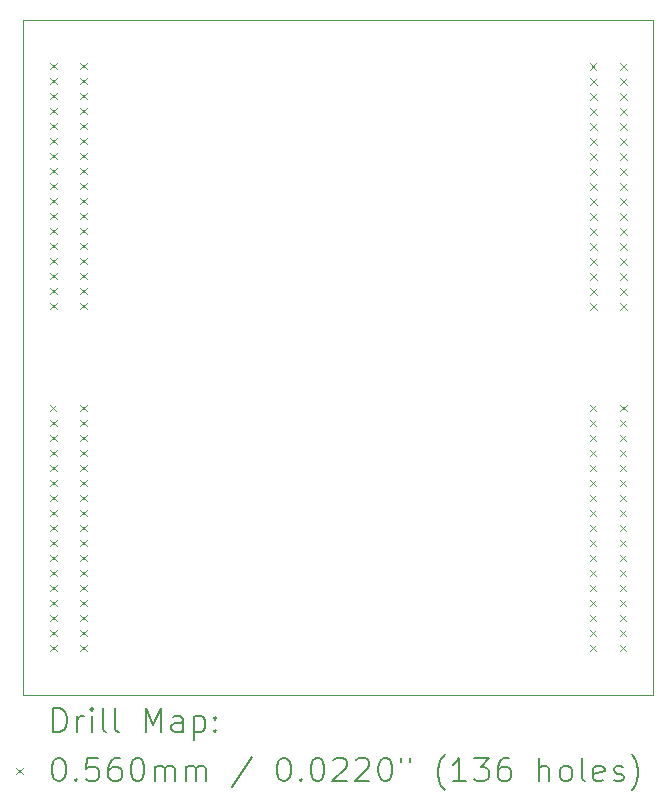
<source format=gbr>
%TF.GenerationSoftware,KiCad,Pcbnew,(6.0.9)*%
%TF.CreationDate,2023-01-22T20:54:43-05:00*%
%TF.ProjectId,Temps_North_DCT_HSK,54656d70-735f-44e6-9f72-74685f444354,rev?*%
%TF.SameCoordinates,Original*%
%TF.FileFunction,Drillmap*%
%TF.FilePolarity,Positive*%
%FSLAX45Y45*%
G04 Gerber Fmt 4.5, Leading zero omitted, Abs format (unit mm)*
G04 Created by KiCad (PCBNEW (6.0.9)) date 2023-01-22 20:54:43*
%MOMM*%
%LPD*%
G01*
G04 APERTURE LIST*
%ADD10C,0.100000*%
%ADD11C,0.200000*%
%ADD12C,0.056000*%
G04 APERTURE END LIST*
D10*
X9144000Y-4699000D02*
X14478000Y-4699000D01*
X14478000Y-4699000D02*
X14478000Y-10414000D01*
X14478000Y-10414000D02*
X9144000Y-10414000D01*
X9144000Y-10414000D02*
X9144000Y-4699000D01*
D11*
D12*
X9366444Y-7957760D02*
X9422444Y-8013760D01*
X9422444Y-7957760D02*
X9366444Y-8013760D01*
X9367460Y-8084760D02*
X9423460Y-8140760D01*
X9423460Y-8084760D02*
X9367460Y-8140760D01*
X9367460Y-8211760D02*
X9423460Y-8267760D01*
X9423460Y-8211760D02*
X9367460Y-8267760D01*
X9367460Y-8338760D02*
X9423460Y-8394760D01*
X9423460Y-8338760D02*
X9367460Y-8394760D01*
X9367460Y-8465760D02*
X9423460Y-8521760D01*
X9423460Y-8465760D02*
X9367460Y-8521760D01*
X9367460Y-8592760D02*
X9423460Y-8648760D01*
X9423460Y-8592760D02*
X9367460Y-8648760D01*
X9367460Y-8719760D02*
X9423460Y-8775760D01*
X9423460Y-8719760D02*
X9367460Y-8775760D01*
X9367460Y-8846760D02*
X9423460Y-8902760D01*
X9423460Y-8846760D02*
X9367460Y-8902760D01*
X9367460Y-8973760D02*
X9423460Y-9029760D01*
X9423460Y-8973760D02*
X9367460Y-9029760D01*
X9367460Y-9100760D02*
X9423460Y-9156760D01*
X9423460Y-9100760D02*
X9367460Y-9156760D01*
X9367460Y-9227760D02*
X9423460Y-9283760D01*
X9423460Y-9227760D02*
X9367460Y-9283760D01*
X9367460Y-9354760D02*
X9423460Y-9410760D01*
X9423460Y-9354760D02*
X9367460Y-9410760D01*
X9367460Y-9481760D02*
X9423460Y-9537760D01*
X9423460Y-9481760D02*
X9367460Y-9537760D01*
X9367460Y-9608760D02*
X9423460Y-9664760D01*
X9423460Y-9608760D02*
X9367460Y-9664760D01*
X9367460Y-9735760D02*
X9423460Y-9791760D01*
X9423460Y-9735760D02*
X9367460Y-9791760D01*
X9367460Y-9862760D02*
X9423460Y-9918760D01*
X9423460Y-9862760D02*
X9367460Y-9918760D01*
X9367460Y-9989760D02*
X9423460Y-10045760D01*
X9423460Y-9989760D02*
X9367460Y-10045760D01*
X9368984Y-5062160D02*
X9424984Y-5118160D01*
X9424984Y-5062160D02*
X9368984Y-5118160D01*
X9370000Y-5189160D02*
X9426000Y-5245160D01*
X9426000Y-5189160D02*
X9370000Y-5245160D01*
X9370000Y-5316160D02*
X9426000Y-5372160D01*
X9426000Y-5316160D02*
X9370000Y-5372160D01*
X9370000Y-5443160D02*
X9426000Y-5499160D01*
X9426000Y-5443160D02*
X9370000Y-5499160D01*
X9370000Y-5570160D02*
X9426000Y-5626160D01*
X9426000Y-5570160D02*
X9370000Y-5626160D01*
X9370000Y-5697160D02*
X9426000Y-5753160D01*
X9426000Y-5697160D02*
X9370000Y-5753160D01*
X9370000Y-5824160D02*
X9426000Y-5880160D01*
X9426000Y-5824160D02*
X9370000Y-5880160D01*
X9370000Y-5951160D02*
X9426000Y-6007160D01*
X9426000Y-5951160D02*
X9370000Y-6007160D01*
X9370000Y-6078160D02*
X9426000Y-6134160D01*
X9426000Y-6078160D02*
X9370000Y-6134160D01*
X9370000Y-6205160D02*
X9426000Y-6261160D01*
X9426000Y-6205160D02*
X9370000Y-6261160D01*
X9370000Y-6332160D02*
X9426000Y-6388160D01*
X9426000Y-6332160D02*
X9370000Y-6388160D01*
X9370000Y-6459160D02*
X9426000Y-6515160D01*
X9426000Y-6459160D02*
X9370000Y-6515160D01*
X9370000Y-6586160D02*
X9426000Y-6642160D01*
X9426000Y-6586160D02*
X9370000Y-6642160D01*
X9370000Y-6713160D02*
X9426000Y-6769160D01*
X9426000Y-6713160D02*
X9370000Y-6769160D01*
X9370000Y-6840160D02*
X9426000Y-6896160D01*
X9426000Y-6840160D02*
X9370000Y-6896160D01*
X9370000Y-6967160D02*
X9426000Y-7023160D01*
X9426000Y-6967160D02*
X9370000Y-7023160D01*
X9370000Y-7094160D02*
X9426000Y-7150160D01*
X9426000Y-7094160D02*
X9370000Y-7150160D01*
X9621460Y-8084760D02*
X9677460Y-8140760D01*
X9677460Y-8084760D02*
X9621460Y-8140760D01*
X9621460Y-8211760D02*
X9677460Y-8267760D01*
X9677460Y-8211760D02*
X9621460Y-8267760D01*
X9621460Y-8338760D02*
X9677460Y-8394760D01*
X9677460Y-8338760D02*
X9621460Y-8394760D01*
X9621460Y-8465760D02*
X9677460Y-8521760D01*
X9677460Y-8465760D02*
X9621460Y-8521760D01*
X9621460Y-8592760D02*
X9677460Y-8648760D01*
X9677460Y-8592760D02*
X9621460Y-8648760D01*
X9621460Y-8719760D02*
X9677460Y-8775760D01*
X9677460Y-8719760D02*
X9621460Y-8775760D01*
X9621460Y-8846760D02*
X9677460Y-8902760D01*
X9677460Y-8846760D02*
X9621460Y-8902760D01*
X9621460Y-8973760D02*
X9677460Y-9029760D01*
X9677460Y-8973760D02*
X9621460Y-9029760D01*
X9621460Y-9100760D02*
X9677460Y-9156760D01*
X9677460Y-9100760D02*
X9621460Y-9156760D01*
X9621460Y-9227760D02*
X9677460Y-9283760D01*
X9677460Y-9227760D02*
X9621460Y-9283760D01*
X9621460Y-9354760D02*
X9677460Y-9410760D01*
X9677460Y-9354760D02*
X9621460Y-9410760D01*
X9621460Y-9481760D02*
X9677460Y-9537760D01*
X9677460Y-9481760D02*
X9621460Y-9537760D01*
X9621460Y-9608760D02*
X9677460Y-9664760D01*
X9677460Y-9608760D02*
X9621460Y-9664760D01*
X9621460Y-9735760D02*
X9677460Y-9791760D01*
X9677460Y-9735760D02*
X9621460Y-9791760D01*
X9621460Y-9862760D02*
X9677460Y-9918760D01*
X9677460Y-9862760D02*
X9621460Y-9918760D01*
X9621460Y-9989760D02*
X9677460Y-10045760D01*
X9677460Y-9989760D02*
X9621460Y-10045760D01*
X9622476Y-7957760D02*
X9678476Y-8013760D01*
X9678476Y-7957760D02*
X9622476Y-8013760D01*
X9624000Y-5189160D02*
X9680000Y-5245160D01*
X9680000Y-5189160D02*
X9624000Y-5245160D01*
X9624000Y-5316160D02*
X9680000Y-5372160D01*
X9680000Y-5316160D02*
X9624000Y-5372160D01*
X9624000Y-5443160D02*
X9680000Y-5499160D01*
X9680000Y-5443160D02*
X9624000Y-5499160D01*
X9624000Y-5570160D02*
X9680000Y-5626160D01*
X9680000Y-5570160D02*
X9624000Y-5626160D01*
X9624000Y-5697160D02*
X9680000Y-5753160D01*
X9680000Y-5697160D02*
X9624000Y-5753160D01*
X9624000Y-5824160D02*
X9680000Y-5880160D01*
X9680000Y-5824160D02*
X9624000Y-5880160D01*
X9624000Y-5951160D02*
X9680000Y-6007160D01*
X9680000Y-5951160D02*
X9624000Y-6007160D01*
X9624000Y-6078160D02*
X9680000Y-6134160D01*
X9680000Y-6078160D02*
X9624000Y-6134160D01*
X9624000Y-6205160D02*
X9680000Y-6261160D01*
X9680000Y-6205160D02*
X9624000Y-6261160D01*
X9624000Y-6332160D02*
X9680000Y-6388160D01*
X9680000Y-6332160D02*
X9624000Y-6388160D01*
X9624000Y-6459160D02*
X9680000Y-6515160D01*
X9680000Y-6459160D02*
X9624000Y-6515160D01*
X9624000Y-6586160D02*
X9680000Y-6642160D01*
X9680000Y-6586160D02*
X9624000Y-6642160D01*
X9624000Y-6713160D02*
X9680000Y-6769160D01*
X9680000Y-6713160D02*
X9624000Y-6769160D01*
X9624000Y-6840160D02*
X9680000Y-6896160D01*
X9680000Y-6840160D02*
X9624000Y-6896160D01*
X9624000Y-6967160D02*
X9680000Y-7023160D01*
X9680000Y-6967160D02*
X9624000Y-7023160D01*
X9624000Y-7094160D02*
X9680000Y-7150160D01*
X9680000Y-7094160D02*
X9624000Y-7150160D01*
X9625016Y-5062160D02*
X9681016Y-5118160D01*
X9681016Y-5062160D02*
X9625016Y-5118160D01*
X13937984Y-7957760D02*
X13993984Y-8013760D01*
X13993984Y-7957760D02*
X13937984Y-8013760D01*
X13938444Y-5067240D02*
X13994444Y-5123240D01*
X13994444Y-5067240D02*
X13938444Y-5123240D01*
X13939000Y-8084760D02*
X13995000Y-8140760D01*
X13995000Y-8084760D02*
X13939000Y-8140760D01*
X13939000Y-8211760D02*
X13995000Y-8267760D01*
X13995000Y-8211760D02*
X13939000Y-8267760D01*
X13939000Y-8338760D02*
X13995000Y-8394760D01*
X13995000Y-8338760D02*
X13939000Y-8394760D01*
X13939000Y-8465760D02*
X13995000Y-8521760D01*
X13995000Y-8465760D02*
X13939000Y-8521760D01*
X13939000Y-8592760D02*
X13995000Y-8648760D01*
X13995000Y-8592760D02*
X13939000Y-8648760D01*
X13939000Y-8719760D02*
X13995000Y-8775760D01*
X13995000Y-8719760D02*
X13939000Y-8775760D01*
X13939000Y-8846760D02*
X13995000Y-8902760D01*
X13995000Y-8846760D02*
X13939000Y-8902760D01*
X13939000Y-8973760D02*
X13995000Y-9029760D01*
X13995000Y-8973760D02*
X13939000Y-9029760D01*
X13939000Y-9100760D02*
X13995000Y-9156760D01*
X13995000Y-9100760D02*
X13939000Y-9156760D01*
X13939000Y-9227760D02*
X13995000Y-9283760D01*
X13995000Y-9227760D02*
X13939000Y-9283760D01*
X13939000Y-9354760D02*
X13995000Y-9410760D01*
X13995000Y-9354760D02*
X13939000Y-9410760D01*
X13939000Y-9481760D02*
X13995000Y-9537760D01*
X13995000Y-9481760D02*
X13939000Y-9537760D01*
X13939000Y-9608760D02*
X13995000Y-9664760D01*
X13995000Y-9608760D02*
X13939000Y-9664760D01*
X13939000Y-9735760D02*
X13995000Y-9791760D01*
X13995000Y-9735760D02*
X13939000Y-9791760D01*
X13939000Y-9862760D02*
X13995000Y-9918760D01*
X13995000Y-9862760D02*
X13939000Y-9918760D01*
X13939000Y-9989760D02*
X13995000Y-10045760D01*
X13995000Y-9989760D02*
X13939000Y-10045760D01*
X13939460Y-5194240D02*
X13995460Y-5250240D01*
X13995460Y-5194240D02*
X13939460Y-5250240D01*
X13939460Y-5321240D02*
X13995460Y-5377240D01*
X13995460Y-5321240D02*
X13939460Y-5377240D01*
X13939460Y-5448240D02*
X13995460Y-5504240D01*
X13995460Y-5448240D02*
X13939460Y-5504240D01*
X13939460Y-5575240D02*
X13995460Y-5631240D01*
X13995460Y-5575240D02*
X13939460Y-5631240D01*
X13939460Y-5702240D02*
X13995460Y-5758240D01*
X13995460Y-5702240D02*
X13939460Y-5758240D01*
X13939460Y-5829240D02*
X13995460Y-5885240D01*
X13995460Y-5829240D02*
X13939460Y-5885240D01*
X13939460Y-5956240D02*
X13995460Y-6012240D01*
X13995460Y-5956240D02*
X13939460Y-6012240D01*
X13939460Y-6083240D02*
X13995460Y-6139240D01*
X13995460Y-6083240D02*
X13939460Y-6139240D01*
X13939460Y-6210240D02*
X13995460Y-6266240D01*
X13995460Y-6210240D02*
X13939460Y-6266240D01*
X13939460Y-6337240D02*
X13995460Y-6393240D01*
X13995460Y-6337240D02*
X13939460Y-6393240D01*
X13939460Y-6464240D02*
X13995460Y-6520240D01*
X13995460Y-6464240D02*
X13939460Y-6520240D01*
X13939460Y-6591240D02*
X13995460Y-6647240D01*
X13995460Y-6591240D02*
X13939460Y-6647240D01*
X13939460Y-6718240D02*
X13995460Y-6774240D01*
X13995460Y-6718240D02*
X13939460Y-6774240D01*
X13939460Y-6845240D02*
X13995460Y-6901240D01*
X13995460Y-6845240D02*
X13939460Y-6901240D01*
X13939460Y-6972240D02*
X13995460Y-7028240D01*
X13995460Y-6972240D02*
X13939460Y-7028240D01*
X13939460Y-7099240D02*
X13995460Y-7155240D01*
X13995460Y-7099240D02*
X13939460Y-7155240D01*
X14193000Y-8084760D02*
X14249000Y-8140760D01*
X14249000Y-8084760D02*
X14193000Y-8140760D01*
X14193000Y-8211760D02*
X14249000Y-8267760D01*
X14249000Y-8211760D02*
X14193000Y-8267760D01*
X14193000Y-8338760D02*
X14249000Y-8394760D01*
X14249000Y-8338760D02*
X14193000Y-8394760D01*
X14193000Y-8465760D02*
X14249000Y-8521760D01*
X14249000Y-8465760D02*
X14193000Y-8521760D01*
X14193000Y-8592760D02*
X14249000Y-8648760D01*
X14249000Y-8592760D02*
X14193000Y-8648760D01*
X14193000Y-8719760D02*
X14249000Y-8775760D01*
X14249000Y-8719760D02*
X14193000Y-8775760D01*
X14193000Y-8846760D02*
X14249000Y-8902760D01*
X14249000Y-8846760D02*
X14193000Y-8902760D01*
X14193000Y-8973760D02*
X14249000Y-9029760D01*
X14249000Y-8973760D02*
X14193000Y-9029760D01*
X14193000Y-9100760D02*
X14249000Y-9156760D01*
X14249000Y-9100760D02*
X14193000Y-9156760D01*
X14193000Y-9227760D02*
X14249000Y-9283760D01*
X14249000Y-9227760D02*
X14193000Y-9283760D01*
X14193000Y-9354760D02*
X14249000Y-9410760D01*
X14249000Y-9354760D02*
X14193000Y-9410760D01*
X14193000Y-9481760D02*
X14249000Y-9537760D01*
X14249000Y-9481760D02*
X14193000Y-9537760D01*
X14193000Y-9608760D02*
X14249000Y-9664760D01*
X14249000Y-9608760D02*
X14193000Y-9664760D01*
X14193000Y-9735760D02*
X14249000Y-9791760D01*
X14249000Y-9735760D02*
X14193000Y-9791760D01*
X14193000Y-9862760D02*
X14249000Y-9918760D01*
X14249000Y-9862760D02*
X14193000Y-9918760D01*
X14193000Y-9989760D02*
X14249000Y-10045760D01*
X14249000Y-9989760D02*
X14193000Y-10045760D01*
X14193460Y-5194240D02*
X14249460Y-5250240D01*
X14249460Y-5194240D02*
X14193460Y-5250240D01*
X14193460Y-5321240D02*
X14249460Y-5377240D01*
X14249460Y-5321240D02*
X14193460Y-5377240D01*
X14193460Y-5448240D02*
X14249460Y-5504240D01*
X14249460Y-5448240D02*
X14193460Y-5504240D01*
X14193460Y-5575240D02*
X14249460Y-5631240D01*
X14249460Y-5575240D02*
X14193460Y-5631240D01*
X14193460Y-5702240D02*
X14249460Y-5758240D01*
X14249460Y-5702240D02*
X14193460Y-5758240D01*
X14193460Y-5829240D02*
X14249460Y-5885240D01*
X14249460Y-5829240D02*
X14193460Y-5885240D01*
X14193460Y-5956240D02*
X14249460Y-6012240D01*
X14249460Y-5956240D02*
X14193460Y-6012240D01*
X14193460Y-6083240D02*
X14249460Y-6139240D01*
X14249460Y-6083240D02*
X14193460Y-6139240D01*
X14193460Y-6210240D02*
X14249460Y-6266240D01*
X14249460Y-6210240D02*
X14193460Y-6266240D01*
X14193460Y-6337240D02*
X14249460Y-6393240D01*
X14249460Y-6337240D02*
X14193460Y-6393240D01*
X14193460Y-6464240D02*
X14249460Y-6520240D01*
X14249460Y-6464240D02*
X14193460Y-6520240D01*
X14193460Y-6591240D02*
X14249460Y-6647240D01*
X14249460Y-6591240D02*
X14193460Y-6647240D01*
X14193460Y-6718240D02*
X14249460Y-6774240D01*
X14249460Y-6718240D02*
X14193460Y-6774240D01*
X14193460Y-6845240D02*
X14249460Y-6901240D01*
X14249460Y-6845240D02*
X14193460Y-6901240D01*
X14193460Y-6972240D02*
X14249460Y-7028240D01*
X14249460Y-6972240D02*
X14193460Y-7028240D01*
X14193460Y-7099240D02*
X14249460Y-7155240D01*
X14249460Y-7099240D02*
X14193460Y-7155240D01*
X14194016Y-7957760D02*
X14250016Y-8013760D01*
X14250016Y-7957760D02*
X14194016Y-8013760D01*
X14194476Y-5067240D02*
X14250476Y-5123240D01*
X14250476Y-5067240D02*
X14194476Y-5123240D01*
D11*
X9396619Y-10729476D02*
X9396619Y-10529476D01*
X9444238Y-10529476D01*
X9472810Y-10539000D01*
X9491857Y-10558048D01*
X9501381Y-10577095D01*
X9510905Y-10615190D01*
X9510905Y-10643762D01*
X9501381Y-10681857D01*
X9491857Y-10700905D01*
X9472810Y-10719952D01*
X9444238Y-10729476D01*
X9396619Y-10729476D01*
X9596619Y-10729476D02*
X9596619Y-10596143D01*
X9596619Y-10634238D02*
X9606143Y-10615190D01*
X9615667Y-10605667D01*
X9634714Y-10596143D01*
X9653762Y-10596143D01*
X9720429Y-10729476D02*
X9720429Y-10596143D01*
X9720429Y-10529476D02*
X9710905Y-10539000D01*
X9720429Y-10548524D01*
X9729952Y-10539000D01*
X9720429Y-10529476D01*
X9720429Y-10548524D01*
X9844238Y-10729476D02*
X9825190Y-10719952D01*
X9815667Y-10700905D01*
X9815667Y-10529476D01*
X9949000Y-10729476D02*
X9929952Y-10719952D01*
X9920429Y-10700905D01*
X9920429Y-10529476D01*
X10177571Y-10729476D02*
X10177571Y-10529476D01*
X10244238Y-10672333D01*
X10310905Y-10529476D01*
X10310905Y-10729476D01*
X10491857Y-10729476D02*
X10491857Y-10624714D01*
X10482333Y-10605667D01*
X10463286Y-10596143D01*
X10425190Y-10596143D01*
X10406143Y-10605667D01*
X10491857Y-10719952D02*
X10472810Y-10729476D01*
X10425190Y-10729476D01*
X10406143Y-10719952D01*
X10396619Y-10700905D01*
X10396619Y-10681857D01*
X10406143Y-10662810D01*
X10425190Y-10653286D01*
X10472810Y-10653286D01*
X10491857Y-10643762D01*
X10587095Y-10596143D02*
X10587095Y-10796143D01*
X10587095Y-10605667D02*
X10606143Y-10596143D01*
X10644238Y-10596143D01*
X10663286Y-10605667D01*
X10672810Y-10615190D01*
X10682333Y-10634238D01*
X10682333Y-10691381D01*
X10672810Y-10710429D01*
X10663286Y-10719952D01*
X10644238Y-10729476D01*
X10606143Y-10729476D01*
X10587095Y-10719952D01*
X10768048Y-10710429D02*
X10777571Y-10719952D01*
X10768048Y-10729476D01*
X10758524Y-10719952D01*
X10768048Y-10710429D01*
X10768048Y-10729476D01*
X10768048Y-10605667D02*
X10777571Y-10615190D01*
X10768048Y-10624714D01*
X10758524Y-10615190D01*
X10768048Y-10605667D01*
X10768048Y-10624714D01*
D12*
X9083000Y-11031000D02*
X9139000Y-11087000D01*
X9139000Y-11031000D02*
X9083000Y-11087000D01*
D11*
X9434714Y-10949476D02*
X9453762Y-10949476D01*
X9472810Y-10959000D01*
X9482333Y-10968524D01*
X9491857Y-10987571D01*
X9501381Y-11025667D01*
X9501381Y-11073286D01*
X9491857Y-11111381D01*
X9482333Y-11130429D01*
X9472810Y-11139952D01*
X9453762Y-11149476D01*
X9434714Y-11149476D01*
X9415667Y-11139952D01*
X9406143Y-11130429D01*
X9396619Y-11111381D01*
X9387095Y-11073286D01*
X9387095Y-11025667D01*
X9396619Y-10987571D01*
X9406143Y-10968524D01*
X9415667Y-10959000D01*
X9434714Y-10949476D01*
X9587095Y-11130429D02*
X9596619Y-11139952D01*
X9587095Y-11149476D01*
X9577571Y-11139952D01*
X9587095Y-11130429D01*
X9587095Y-11149476D01*
X9777571Y-10949476D02*
X9682333Y-10949476D01*
X9672810Y-11044714D01*
X9682333Y-11035190D01*
X9701381Y-11025667D01*
X9749000Y-11025667D01*
X9768048Y-11035190D01*
X9777571Y-11044714D01*
X9787095Y-11063762D01*
X9787095Y-11111381D01*
X9777571Y-11130429D01*
X9768048Y-11139952D01*
X9749000Y-11149476D01*
X9701381Y-11149476D01*
X9682333Y-11139952D01*
X9672810Y-11130429D01*
X9958524Y-10949476D02*
X9920429Y-10949476D01*
X9901381Y-10959000D01*
X9891857Y-10968524D01*
X9872810Y-10997095D01*
X9863286Y-11035190D01*
X9863286Y-11111381D01*
X9872810Y-11130429D01*
X9882333Y-11139952D01*
X9901381Y-11149476D01*
X9939476Y-11149476D01*
X9958524Y-11139952D01*
X9968048Y-11130429D01*
X9977571Y-11111381D01*
X9977571Y-11063762D01*
X9968048Y-11044714D01*
X9958524Y-11035190D01*
X9939476Y-11025667D01*
X9901381Y-11025667D01*
X9882333Y-11035190D01*
X9872810Y-11044714D01*
X9863286Y-11063762D01*
X10101381Y-10949476D02*
X10120429Y-10949476D01*
X10139476Y-10959000D01*
X10149000Y-10968524D01*
X10158524Y-10987571D01*
X10168048Y-11025667D01*
X10168048Y-11073286D01*
X10158524Y-11111381D01*
X10149000Y-11130429D01*
X10139476Y-11139952D01*
X10120429Y-11149476D01*
X10101381Y-11149476D01*
X10082333Y-11139952D01*
X10072810Y-11130429D01*
X10063286Y-11111381D01*
X10053762Y-11073286D01*
X10053762Y-11025667D01*
X10063286Y-10987571D01*
X10072810Y-10968524D01*
X10082333Y-10959000D01*
X10101381Y-10949476D01*
X10253762Y-11149476D02*
X10253762Y-11016143D01*
X10253762Y-11035190D02*
X10263286Y-11025667D01*
X10282333Y-11016143D01*
X10310905Y-11016143D01*
X10329952Y-11025667D01*
X10339476Y-11044714D01*
X10339476Y-11149476D01*
X10339476Y-11044714D02*
X10349000Y-11025667D01*
X10368048Y-11016143D01*
X10396619Y-11016143D01*
X10415667Y-11025667D01*
X10425190Y-11044714D01*
X10425190Y-11149476D01*
X10520429Y-11149476D02*
X10520429Y-11016143D01*
X10520429Y-11035190D02*
X10529952Y-11025667D01*
X10549000Y-11016143D01*
X10577571Y-11016143D01*
X10596619Y-11025667D01*
X10606143Y-11044714D01*
X10606143Y-11149476D01*
X10606143Y-11044714D02*
X10615667Y-11025667D01*
X10634714Y-11016143D01*
X10663286Y-11016143D01*
X10682333Y-11025667D01*
X10691857Y-11044714D01*
X10691857Y-11149476D01*
X11082333Y-10939952D02*
X10910905Y-11197095D01*
X11339476Y-10949476D02*
X11358524Y-10949476D01*
X11377571Y-10959000D01*
X11387095Y-10968524D01*
X11396619Y-10987571D01*
X11406143Y-11025667D01*
X11406143Y-11073286D01*
X11396619Y-11111381D01*
X11387095Y-11130429D01*
X11377571Y-11139952D01*
X11358524Y-11149476D01*
X11339476Y-11149476D01*
X11320428Y-11139952D01*
X11310905Y-11130429D01*
X11301381Y-11111381D01*
X11291857Y-11073286D01*
X11291857Y-11025667D01*
X11301381Y-10987571D01*
X11310905Y-10968524D01*
X11320428Y-10959000D01*
X11339476Y-10949476D01*
X11491857Y-11130429D02*
X11501381Y-11139952D01*
X11491857Y-11149476D01*
X11482333Y-11139952D01*
X11491857Y-11130429D01*
X11491857Y-11149476D01*
X11625190Y-10949476D02*
X11644238Y-10949476D01*
X11663286Y-10959000D01*
X11672809Y-10968524D01*
X11682333Y-10987571D01*
X11691857Y-11025667D01*
X11691857Y-11073286D01*
X11682333Y-11111381D01*
X11672809Y-11130429D01*
X11663286Y-11139952D01*
X11644238Y-11149476D01*
X11625190Y-11149476D01*
X11606143Y-11139952D01*
X11596619Y-11130429D01*
X11587095Y-11111381D01*
X11577571Y-11073286D01*
X11577571Y-11025667D01*
X11587095Y-10987571D01*
X11596619Y-10968524D01*
X11606143Y-10959000D01*
X11625190Y-10949476D01*
X11768048Y-10968524D02*
X11777571Y-10959000D01*
X11796619Y-10949476D01*
X11844238Y-10949476D01*
X11863286Y-10959000D01*
X11872809Y-10968524D01*
X11882333Y-10987571D01*
X11882333Y-11006619D01*
X11872809Y-11035190D01*
X11758524Y-11149476D01*
X11882333Y-11149476D01*
X11958524Y-10968524D02*
X11968048Y-10959000D01*
X11987095Y-10949476D01*
X12034714Y-10949476D01*
X12053762Y-10959000D01*
X12063286Y-10968524D01*
X12072809Y-10987571D01*
X12072809Y-11006619D01*
X12063286Y-11035190D01*
X11949000Y-11149476D01*
X12072809Y-11149476D01*
X12196619Y-10949476D02*
X12215667Y-10949476D01*
X12234714Y-10959000D01*
X12244238Y-10968524D01*
X12253762Y-10987571D01*
X12263286Y-11025667D01*
X12263286Y-11073286D01*
X12253762Y-11111381D01*
X12244238Y-11130429D01*
X12234714Y-11139952D01*
X12215667Y-11149476D01*
X12196619Y-11149476D01*
X12177571Y-11139952D01*
X12168048Y-11130429D01*
X12158524Y-11111381D01*
X12149000Y-11073286D01*
X12149000Y-11025667D01*
X12158524Y-10987571D01*
X12168048Y-10968524D01*
X12177571Y-10959000D01*
X12196619Y-10949476D01*
X12339476Y-10949476D02*
X12339476Y-10987571D01*
X12415667Y-10949476D02*
X12415667Y-10987571D01*
X12710905Y-11225667D02*
X12701381Y-11216143D01*
X12682333Y-11187571D01*
X12672809Y-11168524D01*
X12663286Y-11139952D01*
X12653762Y-11092333D01*
X12653762Y-11054238D01*
X12663286Y-11006619D01*
X12672809Y-10978048D01*
X12682333Y-10959000D01*
X12701381Y-10930429D01*
X12710905Y-10920905D01*
X12891857Y-11149476D02*
X12777571Y-11149476D01*
X12834714Y-11149476D02*
X12834714Y-10949476D01*
X12815667Y-10978048D01*
X12796619Y-10997095D01*
X12777571Y-11006619D01*
X12958524Y-10949476D02*
X13082333Y-10949476D01*
X13015667Y-11025667D01*
X13044238Y-11025667D01*
X13063286Y-11035190D01*
X13072809Y-11044714D01*
X13082333Y-11063762D01*
X13082333Y-11111381D01*
X13072809Y-11130429D01*
X13063286Y-11139952D01*
X13044238Y-11149476D01*
X12987095Y-11149476D01*
X12968048Y-11139952D01*
X12958524Y-11130429D01*
X13253762Y-10949476D02*
X13215667Y-10949476D01*
X13196619Y-10959000D01*
X13187095Y-10968524D01*
X13168048Y-10997095D01*
X13158524Y-11035190D01*
X13158524Y-11111381D01*
X13168048Y-11130429D01*
X13177571Y-11139952D01*
X13196619Y-11149476D01*
X13234714Y-11149476D01*
X13253762Y-11139952D01*
X13263286Y-11130429D01*
X13272809Y-11111381D01*
X13272809Y-11063762D01*
X13263286Y-11044714D01*
X13253762Y-11035190D01*
X13234714Y-11025667D01*
X13196619Y-11025667D01*
X13177571Y-11035190D01*
X13168048Y-11044714D01*
X13158524Y-11063762D01*
X13510905Y-11149476D02*
X13510905Y-10949476D01*
X13596619Y-11149476D02*
X13596619Y-11044714D01*
X13587095Y-11025667D01*
X13568048Y-11016143D01*
X13539476Y-11016143D01*
X13520428Y-11025667D01*
X13510905Y-11035190D01*
X13720428Y-11149476D02*
X13701381Y-11139952D01*
X13691857Y-11130429D01*
X13682333Y-11111381D01*
X13682333Y-11054238D01*
X13691857Y-11035190D01*
X13701381Y-11025667D01*
X13720428Y-11016143D01*
X13749000Y-11016143D01*
X13768048Y-11025667D01*
X13777571Y-11035190D01*
X13787095Y-11054238D01*
X13787095Y-11111381D01*
X13777571Y-11130429D01*
X13768048Y-11139952D01*
X13749000Y-11149476D01*
X13720428Y-11149476D01*
X13901381Y-11149476D02*
X13882333Y-11139952D01*
X13872809Y-11120905D01*
X13872809Y-10949476D01*
X14053762Y-11139952D02*
X14034714Y-11149476D01*
X13996619Y-11149476D01*
X13977571Y-11139952D01*
X13968048Y-11120905D01*
X13968048Y-11044714D01*
X13977571Y-11025667D01*
X13996619Y-11016143D01*
X14034714Y-11016143D01*
X14053762Y-11025667D01*
X14063286Y-11044714D01*
X14063286Y-11063762D01*
X13968048Y-11082810D01*
X14139476Y-11139952D02*
X14158524Y-11149476D01*
X14196619Y-11149476D01*
X14215667Y-11139952D01*
X14225190Y-11120905D01*
X14225190Y-11111381D01*
X14215667Y-11092333D01*
X14196619Y-11082810D01*
X14168048Y-11082810D01*
X14149000Y-11073286D01*
X14139476Y-11054238D01*
X14139476Y-11044714D01*
X14149000Y-11025667D01*
X14168048Y-11016143D01*
X14196619Y-11016143D01*
X14215667Y-11025667D01*
X14291857Y-11225667D02*
X14301381Y-11216143D01*
X14320428Y-11187571D01*
X14329952Y-11168524D01*
X14339476Y-11139952D01*
X14349000Y-11092333D01*
X14349000Y-11054238D01*
X14339476Y-11006619D01*
X14329952Y-10978048D01*
X14320428Y-10959000D01*
X14301381Y-10930429D01*
X14291857Y-10920905D01*
M02*

</source>
